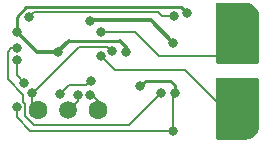
<source format=gbr>
G04 EAGLE Gerber RS-274X export*
G75*
%MOMM*%
%FSLAX34Y34*%
%LPD*%
%INBottom Copper*%
%IPPOS*%
%AMOC8*
5,1,8,0,0,1.08239X$1,22.5*%
G01*
%ADD10C,1.500000*%
%ADD11C,1.600000*%
%ADD12C,0.800100*%
%ADD13C,0.304800*%
%ADD14C,0.254000*%
%ADD15C,0.203200*%

G36*
X264755Y-57784D02*
X264755Y-57784D01*
X264775Y-57782D01*
X264879Y-57778D01*
X266770Y-57592D01*
X266873Y-57568D01*
X266979Y-57554D01*
X267059Y-57526D01*
X267080Y-57521D01*
X267094Y-57514D01*
X267131Y-57501D01*
X270624Y-56055D01*
X270632Y-56050D01*
X270641Y-56047D01*
X270770Y-55971D01*
X270900Y-55897D01*
X270907Y-55891D01*
X270915Y-55886D01*
X271036Y-55779D01*
X273709Y-53106D01*
X273715Y-53099D01*
X273722Y-53093D01*
X273812Y-52974D01*
X273904Y-52855D01*
X273908Y-52846D01*
X273914Y-52839D01*
X273985Y-52694D01*
X275431Y-49201D01*
X275460Y-49099D01*
X275496Y-48999D01*
X275510Y-48915D01*
X275515Y-48894D01*
X275516Y-48879D01*
X275522Y-48840D01*
X275708Y-46949D01*
X275708Y-46930D01*
X275714Y-46825D01*
X275714Y-6985D01*
X275699Y-6867D01*
X275692Y-6748D01*
X275679Y-6710D01*
X275674Y-6669D01*
X275631Y-6559D01*
X275594Y-6446D01*
X275572Y-6411D01*
X275557Y-6374D01*
X275488Y-6278D01*
X275424Y-6177D01*
X275394Y-6149D01*
X275371Y-6116D01*
X275279Y-6041D01*
X275192Y-5959D01*
X275157Y-5939D01*
X275126Y-5914D01*
X275018Y-5863D01*
X274914Y-5805D01*
X274874Y-5795D01*
X274838Y-5778D01*
X274721Y-5756D01*
X274606Y-5726D01*
X274546Y-5722D01*
X274526Y-5718D01*
X274505Y-5720D01*
X274445Y-5716D01*
X240665Y-5716D01*
X240547Y-5731D01*
X240428Y-5738D01*
X240390Y-5751D01*
X240349Y-5756D01*
X240239Y-5799D01*
X240126Y-5836D01*
X240091Y-5858D01*
X240054Y-5873D01*
X239958Y-5943D01*
X239857Y-6006D01*
X239829Y-6036D01*
X239796Y-6059D01*
X239721Y-6151D01*
X239639Y-6238D01*
X239619Y-6273D01*
X239594Y-6304D01*
X239543Y-6412D01*
X239485Y-6516D01*
X239475Y-6556D01*
X239458Y-6592D01*
X239436Y-6709D01*
X239406Y-6824D01*
X239402Y-6885D01*
X239398Y-6905D01*
X239400Y-6925D01*
X239399Y-6928D01*
X239398Y-6934D01*
X239399Y-6939D01*
X239396Y-6985D01*
X239396Y-56515D01*
X239411Y-56633D01*
X239418Y-56752D01*
X239431Y-56790D01*
X239436Y-56831D01*
X239479Y-56941D01*
X239516Y-57054D01*
X239538Y-57089D01*
X239553Y-57126D01*
X239623Y-57222D01*
X239686Y-57323D01*
X239716Y-57351D01*
X239739Y-57384D01*
X239831Y-57460D01*
X239918Y-57541D01*
X239953Y-57561D01*
X239984Y-57586D01*
X240092Y-57637D01*
X240196Y-57695D01*
X240236Y-57705D01*
X240272Y-57722D01*
X240389Y-57744D01*
X240504Y-57774D01*
X240565Y-57778D01*
X240585Y-57782D01*
X240605Y-57780D01*
X240665Y-57784D01*
X264755Y-57784D01*
X264755Y-57784D01*
G37*
G36*
X274563Y6366D02*
X274563Y6366D01*
X274682Y6373D01*
X274720Y6386D01*
X274761Y6391D01*
X274871Y6434D01*
X274984Y6471D01*
X275019Y6493D01*
X275056Y6508D01*
X275152Y6578D01*
X275253Y6641D01*
X275281Y6671D01*
X275314Y6694D01*
X275390Y6786D01*
X275471Y6873D01*
X275491Y6908D01*
X275516Y6939D01*
X275567Y7047D01*
X275625Y7151D01*
X275635Y7191D01*
X275652Y7227D01*
X275674Y7344D01*
X275704Y7459D01*
X275708Y7520D01*
X275712Y7540D01*
X275710Y7560D01*
X275714Y7620D01*
X275714Y46824D01*
X275712Y46844D01*
X275708Y46949D01*
X275522Y48839D01*
X275498Y48943D01*
X275483Y49048D01*
X275456Y49128D01*
X275451Y49149D01*
X275444Y49163D01*
X275431Y49200D01*
X273984Y52694D01*
X273980Y52702D01*
X273977Y52711D01*
X273901Y52840D01*
X273827Y52970D01*
X273820Y52977D01*
X273816Y52985D01*
X273709Y53106D01*
X271036Y55779D01*
X271028Y55785D01*
X271022Y55792D01*
X270903Y55882D01*
X270784Y55974D01*
X270776Y55978D01*
X270768Y55984D01*
X270624Y56054D01*
X267130Y57501D01*
X267028Y57529D01*
X266928Y57566D01*
X266845Y57580D01*
X266824Y57585D01*
X266808Y57586D01*
X266769Y57592D01*
X264879Y57778D01*
X264859Y57778D01*
X264754Y57784D01*
X240665Y57784D01*
X240547Y57769D01*
X240428Y57762D01*
X240390Y57749D01*
X240349Y57744D01*
X240239Y57701D01*
X240126Y57664D01*
X240091Y57642D01*
X240054Y57627D01*
X239958Y57558D01*
X239857Y57494D01*
X239829Y57464D01*
X239796Y57441D01*
X239721Y57349D01*
X239639Y57262D01*
X239619Y57227D01*
X239594Y57196D01*
X239543Y57088D01*
X239485Y56984D01*
X239475Y56944D01*
X239458Y56908D01*
X239436Y56791D01*
X239406Y56676D01*
X239402Y56616D01*
X239398Y56596D01*
X239400Y56575D01*
X239396Y56515D01*
X239396Y7620D01*
X239411Y7502D01*
X239418Y7383D01*
X239431Y7345D01*
X239436Y7304D01*
X239479Y7194D01*
X239516Y7081D01*
X239538Y7046D01*
X239553Y7009D01*
X239623Y6913D01*
X239686Y6812D01*
X239716Y6784D01*
X239739Y6751D01*
X239831Y6676D01*
X239918Y6594D01*
X239953Y6574D01*
X239984Y6549D01*
X240092Y6498D01*
X240196Y6440D01*
X240236Y6430D01*
X240272Y6413D01*
X240389Y6391D01*
X240504Y6361D01*
X240565Y6357D01*
X240585Y6353D01*
X240605Y6355D01*
X240665Y6351D01*
X274445Y6351D01*
X274563Y6366D01*
G37*
D10*
X114300Y-33020D03*
D11*
X139700Y-33020D03*
X88900Y-33020D03*
D10*
X260985Y-49530D03*
X260350Y48895D03*
D12*
X162940Y16510D03*
X105410Y16510D03*
D13*
X106680Y17780D02*
X114935Y26035D01*
X157860Y26035D02*
X162940Y20955D01*
X162940Y16510D01*
D14*
X157860Y26035D02*
X114935Y26035D01*
D12*
X70485Y33673D03*
D13*
X87648Y16510D02*
X101600Y16510D01*
X87648Y16510D02*
X70485Y33673D01*
D12*
X175260Y-12700D03*
D14*
X179705Y-8255D01*
X200660Y-8255D01*
X204340Y-11935D02*
X204340Y-18415D01*
D12*
X204340Y-18415D03*
D14*
X204340Y-11935D02*
X200660Y-8255D01*
X78740Y54610D02*
X70485Y46355D01*
X70485Y33673D01*
X209769Y54610D02*
X215057Y49322D01*
D12*
X215057Y49322D03*
D14*
X209769Y54610D02*
X78740Y54610D01*
D12*
X203200Y-50165D03*
D15*
X203200Y-48260D02*
X203200Y-19555D01*
X204340Y-18415D01*
X200660Y-50165D02*
X81915Y-50165D01*
X70612Y-38862D02*
X70612Y-30353D01*
D12*
X70612Y-30353D03*
D15*
X70612Y-38862D02*
X81915Y-50165D01*
D14*
X200660Y-50165D02*
X203200Y-50165D01*
X203200Y-48260D01*
X215057Y49322D02*
X215057Y49322D01*
X105410Y16510D02*
X101600Y16510D01*
X105410Y16510D02*
X106680Y17780D01*
D12*
X76835Y-9525D03*
D15*
X70481Y-3171D01*
X70481Y9525D01*
D12*
X70481Y9525D03*
X83185Y-18016D03*
D15*
X83185Y-27305D01*
X83185Y-18016D02*
X84219Y-18016D01*
X147320Y20955D02*
X151130Y17145D01*
X147320Y20955D02*
X123190Y20955D01*
D12*
X151130Y17145D03*
D15*
X123190Y20955D02*
X84219Y-18016D01*
D14*
X83185Y-27305D02*
X88900Y-33020D01*
D12*
X132715Y42545D03*
D13*
X133350Y43180D02*
X184150Y43180D01*
X133350Y43180D02*
X132715Y42545D01*
X184150Y43180D02*
X203200Y24130D01*
D12*
X203200Y24130D03*
X122555Y-20320D03*
D15*
X122555Y-24765D01*
X114300Y-33020D01*
D12*
X132715Y-19685D03*
D15*
X133985Y-19685D01*
X139700Y-25400D01*
X139700Y-33020D01*
D12*
X107325Y-19587D03*
D15*
X114945Y-11967D01*
X129657Y-11967D02*
X133138Y-8486D01*
X129657Y-11967D02*
X114945Y-11967D01*
D12*
X133138Y-8486D03*
X141605Y13335D03*
D15*
X153670Y1270D01*
X246380Y-31750D02*
X260350Y-31750D01*
X213360Y1270D02*
X153670Y1270D01*
X213360Y1270D02*
X246380Y-31750D01*
D12*
X260350Y-32385D03*
X141605Y33463D03*
D15*
X170373Y33463D01*
X241300Y12700D02*
X255270Y26670D01*
X191135Y12700D02*
X170373Y33463D01*
X191135Y12700D02*
X241300Y12700D01*
D12*
X259715Y33655D03*
X203835Y46990D03*
D15*
X193791Y46990D01*
X190616Y50165D01*
X85090Y50165D01*
D12*
X80645Y45720D03*
D15*
X85090Y50165D01*
D12*
X70485Y19685D03*
D15*
X66040Y19685D01*
X62865Y16510D01*
X85090Y-45085D02*
X165735Y-45085D01*
X192723Y-18098D01*
D12*
X192723Y-18098D03*
D15*
X62865Y-6350D02*
X62865Y16510D01*
X77661Y-27433D02*
X77661Y-33273D01*
X77470Y-33463D01*
X76137Y-25909D02*
X76137Y-19622D01*
X76137Y-25909D02*
X77661Y-27433D01*
X77470Y-37465D02*
X85090Y-45085D01*
X76137Y-19622D02*
X62865Y-6350D01*
X77470Y-33463D02*
X77470Y-37465D01*
M02*

</source>
